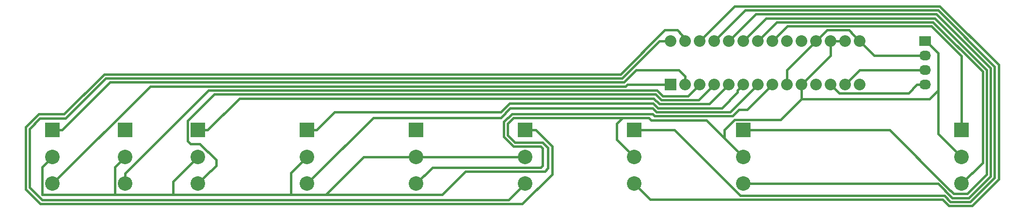
<source format=gbr>
G04 #@! TF.FileFunction,Copper,L2,Bot,Signal*
%FSLAX46Y46*%
G04 Gerber Fmt 4.6, Leading zero omitted, Abs format (unit mm)*
G04 Created by KiCad (PCBNEW 4.0.2-stable) date Wednesday, 10 August 2016 'pmt' 17:46:57*
%MOMM*%
G01*
G04 APERTURE LIST*
%ADD10C,0.100000*%
%ADD11R,2.032000X1.727200*%
%ADD12O,2.032000X1.727200*%
%ADD13R,2.540000X2.540000*%
%ADD14C,2.540000*%
%ADD15R,2.032000X2.032000*%
%ADD16C,2.032000*%
%ADD17C,0.400000*%
G04 APERTURE END LIST*
D10*
D11*
X209550000Y-43180000D03*
D12*
X209550000Y-45720000D03*
X209550000Y-48260000D03*
X209550000Y-50800000D03*
D13*
X57150000Y-58801000D03*
D14*
X57150000Y-63500000D03*
X57150000Y-68199000D03*
D13*
X69850000Y-58801000D03*
D14*
X69850000Y-63500000D03*
X69850000Y-68199000D03*
D13*
X82550000Y-58801000D03*
D14*
X82550000Y-63500000D03*
X82550000Y-68199000D03*
D13*
X101600000Y-58801000D03*
D14*
X101600000Y-63500000D03*
X101600000Y-68199000D03*
D13*
X120650000Y-58801000D03*
D14*
X120650000Y-63500000D03*
X120650000Y-68199000D03*
D13*
X139700000Y-58801000D03*
D14*
X139700000Y-63500000D03*
X139700000Y-68199000D03*
D13*
X158750000Y-58801000D03*
D14*
X158750000Y-63500000D03*
X158750000Y-68199000D03*
D13*
X177800000Y-58801000D03*
D14*
X177800000Y-63500000D03*
X177800000Y-68199000D03*
D13*
X215900000Y-58801000D03*
D14*
X215900000Y-63500000D03*
X215900000Y-68199000D03*
D15*
X165100000Y-50800000D03*
D16*
X167640000Y-50800000D03*
X170180000Y-50800000D03*
X172720000Y-50800000D03*
X175260000Y-50800000D03*
X177800000Y-50800000D03*
X180340000Y-50800000D03*
X182880000Y-50800000D03*
X185420000Y-50800000D03*
X187960000Y-50800000D03*
X190500000Y-50800000D03*
X193040000Y-50800000D03*
X195580000Y-50800000D03*
X198120000Y-50800000D03*
X198120000Y-43180000D03*
X195580000Y-43180000D03*
X193040000Y-43180000D03*
X190500000Y-43180000D03*
X187960000Y-43180000D03*
X185420000Y-43180000D03*
X182880000Y-43180000D03*
X180340000Y-43180000D03*
X177800000Y-43180000D03*
X175260000Y-43180000D03*
X172720000Y-43180000D03*
X170180000Y-43180000D03*
X167640000Y-43180000D03*
X165100000Y-43180000D03*
D17*
X176276000Y-56996965D02*
X174486998Y-58785967D01*
X176276000Y-56996965D02*
X184303035Y-56996965D01*
X184303035Y-56996965D02*
X187960000Y-53340000D01*
X174486998Y-58785967D02*
X174486998Y-60186998D01*
X104902000Y-70104000D02*
X125222000Y-70104000D01*
X125222000Y-70104000D02*
X129286000Y-66040000D01*
X129286000Y-66040000D02*
X143129000Y-66040000D01*
X143702011Y-65466989D02*
X143702011Y-61940046D01*
X143129000Y-66040000D02*
X143702011Y-65466989D01*
X143702011Y-61940046D02*
X142721965Y-60960000D01*
X142721965Y-60960000D02*
X137922000Y-60960000D01*
X137922000Y-60960000D02*
X136652000Y-59690000D01*
X136652000Y-59690000D02*
X136652000Y-57658000D01*
X136652000Y-57658000D02*
X137668000Y-56642000D01*
X137668000Y-56642000D02*
X156718000Y-56642000D01*
X100885398Y-70104000D02*
X78232000Y-70104000D01*
X161290000Y-56642000D02*
X156718000Y-56642000D01*
X161680066Y-57032066D02*
X161290000Y-56642000D01*
X174486998Y-60186998D02*
X171332066Y-57032066D01*
X171332066Y-57032066D02*
X161680066Y-57032066D01*
X158750000Y-63500000D02*
X155702000Y-60452000D01*
X155702000Y-60452000D02*
X155702000Y-57658000D01*
X155702000Y-57658000D02*
X156718000Y-56642000D01*
X100885398Y-70104000D02*
X98806000Y-70104000D01*
X98806000Y-70104000D02*
X98806000Y-66294000D01*
X98806000Y-66294000D02*
X101600000Y-63500000D01*
X68326000Y-70104000D02*
X55372000Y-70104000D01*
X55372000Y-70104000D02*
X55372000Y-65278000D01*
X55372000Y-65278000D02*
X57150000Y-63500000D01*
X68326000Y-70104000D02*
X68072000Y-70104000D01*
X78232000Y-70104000D02*
X68326000Y-70104000D01*
X68072000Y-70104000D02*
X68072000Y-65278000D01*
X68072000Y-65278000D02*
X69850000Y-63500000D01*
X78232000Y-70104000D02*
X78232000Y-67818000D01*
X78232000Y-67818000D02*
X82550000Y-63500000D01*
X104902000Y-70104000D02*
X100885398Y-70104000D01*
X111506000Y-63500000D02*
X104902000Y-70104000D01*
X120650000Y-63500000D02*
X111506000Y-63500000D01*
X139700000Y-63500000D02*
X120650000Y-63500000D01*
X174486998Y-60186998D02*
X177800000Y-63500000D01*
X211836000Y-59436000D02*
X211836000Y-51816000D01*
X211836000Y-51816000D02*
X211836000Y-45313600D01*
X187960000Y-53340000D02*
X210312000Y-53340000D01*
X210312000Y-53340000D02*
X211836000Y-51816000D01*
X193040000Y-43180000D02*
X193040000Y-45720000D01*
X193040000Y-45720000D02*
X187960000Y-50800000D01*
X195580000Y-43180000D02*
X193040000Y-43180000D01*
X209550000Y-43180000D02*
X209397600Y-43180000D01*
X215900000Y-63500000D02*
X211836000Y-59436000D01*
X211836000Y-45313600D02*
X209702400Y-43180000D01*
X209702400Y-43180000D02*
X209550000Y-43180000D01*
X187960000Y-50800000D02*
X187960000Y-53340000D01*
X192405000Y-41275000D02*
X196215000Y-41275000D01*
X190500000Y-43180000D02*
X192405000Y-41275000D01*
X196215000Y-41275000D02*
X197104001Y-42164001D01*
X197104001Y-42164001D02*
X198120000Y-43180000D01*
X198120000Y-43180000D02*
X200660000Y-45720000D01*
X200660000Y-45720000D02*
X209550000Y-45720000D01*
X185420000Y-50800000D02*
X185420000Y-48260000D01*
X185420000Y-48260000D02*
X190500000Y-43180000D01*
X209550000Y-48260000D02*
X198120000Y-48260000D01*
X198120000Y-48260000D02*
X195580000Y-50800000D01*
X209550000Y-50800000D02*
X208134000Y-50800000D01*
X208134000Y-50800000D02*
X206617999Y-52316001D01*
X206617999Y-52316001D02*
X194556001Y-52316001D01*
X194556001Y-52316001D02*
X193040000Y-50800000D01*
X156916908Y-50422022D02*
X67198978Y-50422022D01*
X166536840Y-48260000D02*
X159078930Y-48260000D01*
X167640000Y-49363160D02*
X166536840Y-48260000D01*
X67198978Y-50422022D02*
X58820000Y-58801000D01*
X159078930Y-48260000D02*
X156916908Y-50422022D01*
X167640000Y-50800000D02*
X167640000Y-49363160D01*
X58820000Y-58801000D02*
X57150000Y-58801000D01*
X57150000Y-68199000D02*
X74226967Y-51122033D01*
X74226967Y-51122033D02*
X157206862Y-51122033D01*
X163684000Y-50800000D02*
X165100000Y-50800000D01*
X157528895Y-50800000D02*
X163684000Y-50800000D01*
X157206862Y-51122033D02*
X157528895Y-50800000D01*
X163751895Y-52832000D02*
X168148000Y-52832000D01*
X162741939Y-51822044D02*
X163751895Y-52832000D01*
X69850000Y-68199000D02*
X69850000Y-66402949D01*
X168148000Y-52832000D02*
X169164001Y-51815999D01*
X169164001Y-51815999D02*
X170180000Y-50800000D01*
X84430905Y-51822044D02*
X162741939Y-51822044D01*
X69850000Y-66402949D02*
X84430905Y-51822044D01*
X174244001Y-51815999D02*
X175260000Y-50800000D01*
X171827978Y-54232022D02*
X174244001Y-51815999D01*
X163171987Y-54232022D02*
X171827978Y-54232022D01*
X84220000Y-58801000D02*
X89798934Y-53222066D01*
X162162031Y-53222066D02*
X163171987Y-54232022D01*
X89798934Y-53222066D02*
X162162031Y-53222066D01*
X82550000Y-58801000D02*
X84220000Y-58801000D01*
X163461941Y-53532011D02*
X162451985Y-52522055D01*
X172720000Y-50800000D02*
X169987989Y-53532011D01*
X80779999Y-57130999D02*
X80779999Y-60713999D01*
X83819999Y-66929001D02*
X82550000Y-68199000D01*
X81280000Y-61214000D02*
X82883602Y-61214000D01*
X85725000Y-65024000D02*
X83819999Y-66929001D01*
X85725000Y-64055398D02*
X85725000Y-65024000D01*
X85388943Y-52522055D02*
X80779999Y-57130999D01*
X82883602Y-61214000D02*
X85725000Y-64055398D01*
X80779999Y-60713999D02*
X81280000Y-61214000D01*
X162451985Y-52522055D02*
X85388943Y-52522055D01*
X169987989Y-53532011D02*
X163461941Y-53532011D01*
X180340000Y-50800000D02*
X175507956Y-55632044D01*
X175507956Y-55632044D02*
X162592079Y-55632044D01*
X162592079Y-55632044D02*
X161948014Y-54987979D01*
X161948014Y-54987979D02*
X137088091Y-54987979D01*
X137088091Y-54987979D02*
X135434070Y-56642000D01*
X135434070Y-56642000D02*
X113157000Y-56642000D01*
X113157000Y-56642000D02*
X102869999Y-66929001D01*
X102869999Y-66929001D02*
X101600000Y-68199000D01*
X101600000Y-58801000D02*
X103270000Y-58801000D01*
X103270000Y-58801000D02*
X106445000Y-55626000D01*
X106445000Y-55626000D02*
X135460106Y-55626000D01*
X162052000Y-54102000D02*
X162882033Y-54932033D01*
X135460106Y-55626000D02*
X136984106Y-54102000D01*
X136984106Y-54102000D02*
X162052000Y-54102000D01*
X162882033Y-54932033D02*
X174048967Y-54932033D01*
X174048967Y-54932033D02*
X176784001Y-52196999D01*
X176784001Y-52196999D02*
X176784001Y-51815999D01*
X176784001Y-51815999D02*
X177800000Y-50800000D01*
X120650000Y-68199000D02*
X123509011Y-65339989D01*
X135951989Y-57368046D02*
X137378046Y-55941989D01*
X123509011Y-65339989D02*
X142432011Y-65339989D01*
X142432011Y-65339989D02*
X142748000Y-65024000D01*
X142748000Y-61976000D02*
X142432011Y-61660011D01*
X142432011Y-61660011D02*
X137632046Y-61660011D01*
X135951989Y-59979954D02*
X135951989Y-57368046D01*
X142748000Y-65024000D02*
X142748000Y-61976000D01*
X137632046Y-61660011D02*
X135951989Y-59979954D01*
X137378046Y-55941989D02*
X161912059Y-55941989D01*
X177038000Y-55245000D02*
X178435000Y-55245000D01*
X161912059Y-55941989D02*
X162302125Y-56332055D01*
X162302125Y-56332055D02*
X175950945Y-56332055D01*
X175950945Y-56332055D02*
X177038000Y-55245000D01*
X178435000Y-55245000D02*
X181864001Y-51815999D01*
X181864001Y-51815999D02*
X182880000Y-50800000D01*
X139184001Y-71755000D02*
X144402022Y-66536979D01*
X167132000Y-42164000D02*
X166243000Y-41275000D01*
X54737000Y-56007000D02*
X52451000Y-58293000D01*
X156337000Y-49022000D02*
X66167000Y-49022000D01*
X52451000Y-58293000D02*
X52451000Y-69215000D01*
X54991000Y-71755000D02*
X139184001Y-71755000D01*
X144402022Y-66536979D02*
X144402022Y-61650092D01*
X144402022Y-61650092D02*
X141552930Y-58801000D01*
X167640000Y-43180000D02*
X167132000Y-42672000D01*
X167132000Y-42672000D02*
X167132000Y-42164000D01*
X66167000Y-49022000D02*
X59182000Y-56007000D01*
X166243000Y-41275000D02*
X164084000Y-41275000D01*
X164084000Y-41275000D02*
X156337000Y-49022000D01*
X59182000Y-56007000D02*
X54737000Y-56007000D01*
X52451000Y-69215000D02*
X54991000Y-71755000D01*
X141552930Y-58801000D02*
X139700000Y-58801000D01*
X53151011Y-58582953D02*
X54964964Y-56769000D01*
X54964964Y-56769000D02*
X59436000Y-56769000D01*
X59436000Y-56769000D02*
X66482989Y-49722011D01*
X163663160Y-43180000D02*
X165100000Y-43180000D01*
X156626954Y-49722011D02*
X163168965Y-43180000D01*
X55333024Y-71054989D02*
X53151011Y-68872976D01*
X66482989Y-49722011D02*
X156626954Y-49722011D01*
X163168965Y-43180000D02*
X163663160Y-43180000D01*
X53151011Y-68872976D02*
X53151011Y-58582953D01*
X139700000Y-68199000D02*
X136844011Y-71054989D01*
X136844011Y-71054989D02*
X55333024Y-71054989D01*
X160420000Y-58801000D02*
X158750000Y-58801000D01*
X212887953Y-70292989D02*
X177274387Y-70292989D01*
X165782398Y-58801000D02*
X160420000Y-58801000D01*
X177274387Y-70292989D02*
X165782398Y-58801000D01*
X213968962Y-71374000D02*
X212887953Y-70292989D01*
X217450038Y-71374000D02*
X213968962Y-71374000D01*
X221676989Y-67147049D02*
X217450038Y-71374000D01*
X221676989Y-47664129D02*
X221676989Y-67147049D01*
X211787805Y-37774945D02*
X221676989Y-47664129D01*
X172720000Y-43180000D02*
X178125055Y-37774945D01*
X178125055Y-37774945D02*
X211787805Y-37774945D01*
X217739992Y-72074011D02*
X213679008Y-72074011D01*
X160019999Y-69468999D02*
X158750000Y-68199000D01*
X213679008Y-72074011D02*
X212598000Y-70993000D01*
X212080934Y-37074934D02*
X222377000Y-47371000D01*
X222377000Y-47371000D02*
X222377000Y-67437003D01*
X176285066Y-37074934D02*
X212080934Y-37074934D01*
X161544000Y-70993000D02*
X160019999Y-69468999D01*
X170180000Y-43180000D02*
X176285066Y-37074934D01*
X222377000Y-67437003D02*
X217739992Y-72074011D01*
X212598000Y-70993000D02*
X161544000Y-70993000D01*
X203375895Y-58801000D02*
X179470000Y-58801000D01*
X211207897Y-39174967D02*
X220276967Y-48244037D01*
X191526072Y-39184033D02*
X191535138Y-39174967D01*
X179470000Y-58801000D02*
X177800000Y-58801000D01*
X213467862Y-68892967D02*
X203375895Y-58801000D01*
X214548870Y-69973978D02*
X213467862Y-68892967D01*
X220276967Y-48244037D02*
X220276967Y-66567141D01*
X220276967Y-66567141D02*
X216870130Y-69973978D01*
X191535138Y-39174967D02*
X211207897Y-39174967D01*
X216870130Y-69973978D02*
X214548870Y-69973978D01*
X181795967Y-39184033D02*
X191526072Y-39184033D01*
X177800000Y-43180000D02*
X181795967Y-39184033D01*
X176275999Y-42164001D02*
X175260000Y-43180000D01*
X191245184Y-38474956D02*
X191236118Y-38484022D01*
X179955978Y-38484022D02*
X176275999Y-42164001D01*
X220976978Y-47954083D02*
X211497851Y-38474956D01*
X211497851Y-38474956D02*
X191245184Y-38474956D01*
X211783928Y-68199000D02*
X214258916Y-70673989D01*
X220976978Y-66857095D02*
X220976978Y-47954083D01*
X217160084Y-70673989D02*
X220976978Y-66857095D01*
X177800000Y-68199000D02*
X211783928Y-68199000D01*
X214258916Y-70673989D02*
X217160084Y-70673989D01*
X191236118Y-38484022D02*
X179955978Y-38484022D01*
X215900000Y-58801000D02*
X215900000Y-45847000D01*
X192115046Y-40574989D02*
X192105980Y-40584055D01*
X210627989Y-40574989D02*
X192115046Y-40574989D01*
X192105980Y-40584055D02*
X185475945Y-40584055D01*
X215900000Y-45847000D02*
X210627989Y-40574989D01*
X183895999Y-42164001D02*
X182880000Y-43180000D01*
X185475945Y-40584055D02*
X183895999Y-42164001D01*
X191825092Y-39874978D02*
X191816026Y-39884044D01*
X191816026Y-39884044D02*
X183635956Y-39884044D01*
X219576956Y-48533991D02*
X210917943Y-39874978D01*
X219576956Y-64522044D02*
X219576956Y-48533991D01*
X215900000Y-68199000D02*
X219576956Y-64522044D01*
X183635956Y-39884044D02*
X181355999Y-42164001D01*
X210917943Y-39874978D02*
X191825092Y-39874978D01*
X181355999Y-42164001D02*
X180340000Y-43180000D01*
M02*

</source>
